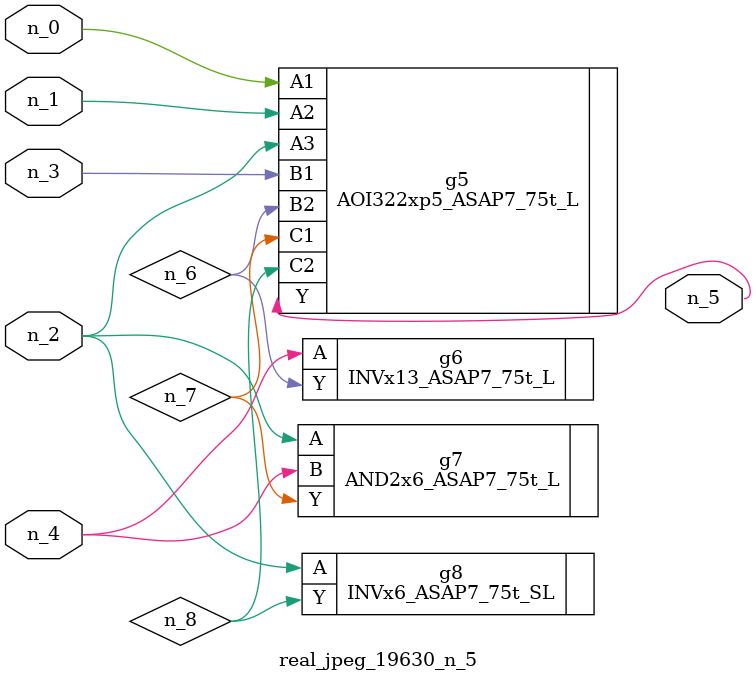
<source format=v>
module real_jpeg_19630_n_5 (n_4, n_0, n_1, n_2, n_3, n_5);

input n_4;
input n_0;
input n_1;
input n_2;
input n_3;

output n_5;

wire n_8;
wire n_6;
wire n_7;

AOI322xp5_ASAP7_75t_L g5 ( 
.A1(n_0),
.A2(n_1),
.A3(n_2),
.B1(n_3),
.B2(n_6),
.C1(n_7),
.C2(n_8),
.Y(n_5)
);

AND2x6_ASAP7_75t_L g7 ( 
.A(n_2),
.B(n_4),
.Y(n_7)
);

INVx6_ASAP7_75t_SL g8 ( 
.A(n_2),
.Y(n_8)
);

INVx13_ASAP7_75t_L g6 ( 
.A(n_4),
.Y(n_6)
);


endmodule
</source>
